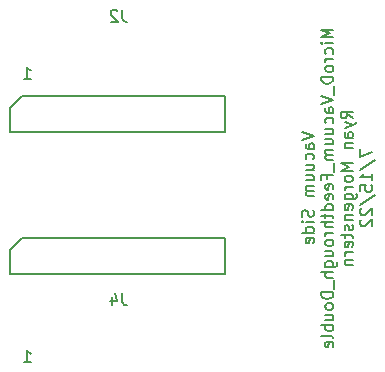
<source format=gbr>
%TF.GenerationSoftware,KiCad,Pcbnew,(5.1.10)-1*%
%TF.CreationDate,2022-07-15T13:15:33-06:00*%
%TF.ProjectId,Double_MicroD_25_Gateway,446f7562-6c65-45f4-9d69-63726f445f32,rev?*%
%TF.SameCoordinates,Original*%
%TF.FileFunction,Legend,Bot*%
%TF.FilePolarity,Positive*%
%FSLAX46Y46*%
G04 Gerber Fmt 4.6, Leading zero omitted, Abs format (unit mm)*
G04 Created by KiCad (PCBNEW (5.1.10)-1) date 2022-07-15 13:15:33*
%MOMM*%
%LPD*%
G01*
G04 APERTURE LIST*
%ADD10C,0.150000*%
G04 APERTURE END LIST*
D10*
X15627380Y4511904D02*
X16627380Y4178571D01*
X15627380Y3845238D01*
X16627380Y3083333D02*
X16103571Y3083333D01*
X16008333Y3130952D01*
X15960714Y3226190D01*
X15960714Y3416666D01*
X16008333Y3511904D01*
X16579761Y3083333D02*
X16627380Y3178571D01*
X16627380Y3416666D01*
X16579761Y3511904D01*
X16484523Y3559523D01*
X16389285Y3559523D01*
X16294047Y3511904D01*
X16246428Y3416666D01*
X16246428Y3178571D01*
X16198809Y3083333D01*
X16579761Y2178571D02*
X16627380Y2273809D01*
X16627380Y2464285D01*
X16579761Y2559523D01*
X16532142Y2607142D01*
X16436904Y2654761D01*
X16151190Y2654761D01*
X16055952Y2607142D01*
X16008333Y2559523D01*
X15960714Y2464285D01*
X15960714Y2273809D01*
X16008333Y2178571D01*
X15960714Y1321428D02*
X16627380Y1321428D01*
X15960714Y1750000D02*
X16484523Y1750000D01*
X16579761Y1702380D01*
X16627380Y1607142D01*
X16627380Y1464285D01*
X16579761Y1369047D01*
X16532142Y1321428D01*
X15960714Y416666D02*
X16627380Y416666D01*
X15960714Y845238D02*
X16484523Y845238D01*
X16579761Y797619D01*
X16627380Y702380D01*
X16627380Y559523D01*
X16579761Y464285D01*
X16532142Y416666D01*
X16627380Y-59523D02*
X15960714Y-59523D01*
X16055952Y-59523D02*
X16008333Y-107142D01*
X15960714Y-202380D01*
X15960714Y-345238D01*
X16008333Y-440476D01*
X16103571Y-488095D01*
X16627380Y-488095D01*
X16103571Y-488095D02*
X16008333Y-535714D01*
X15960714Y-630952D01*
X15960714Y-773809D01*
X16008333Y-869047D01*
X16103571Y-916666D01*
X16627380Y-916666D01*
X16579761Y-2107142D02*
X16627380Y-2250000D01*
X16627380Y-2488095D01*
X16579761Y-2583333D01*
X16532142Y-2630952D01*
X16436904Y-2678571D01*
X16341666Y-2678571D01*
X16246428Y-2630952D01*
X16198809Y-2583333D01*
X16151190Y-2488095D01*
X16103571Y-2297619D01*
X16055952Y-2202380D01*
X16008333Y-2154761D01*
X15913095Y-2107142D01*
X15817857Y-2107142D01*
X15722619Y-2154761D01*
X15675000Y-2202380D01*
X15627380Y-2297619D01*
X15627380Y-2535714D01*
X15675000Y-2678571D01*
X16627380Y-3107142D02*
X15960714Y-3107142D01*
X15627380Y-3107142D02*
X15675000Y-3059523D01*
X15722619Y-3107142D01*
X15675000Y-3154761D01*
X15627380Y-3107142D01*
X15722619Y-3107142D01*
X16627380Y-4011904D02*
X15627380Y-4011904D01*
X16579761Y-4011904D02*
X16627380Y-3916666D01*
X16627380Y-3726190D01*
X16579761Y-3630952D01*
X16532142Y-3583333D01*
X16436904Y-3535714D01*
X16151190Y-3535714D01*
X16055952Y-3583333D01*
X16008333Y-3630952D01*
X15960714Y-3726190D01*
X15960714Y-3916666D01*
X16008333Y-4011904D01*
X16579761Y-4869047D02*
X16627380Y-4773809D01*
X16627380Y-4583333D01*
X16579761Y-4488095D01*
X16484523Y-4440476D01*
X16103571Y-4440476D01*
X16008333Y-4488095D01*
X15960714Y-4583333D01*
X15960714Y-4773809D01*
X16008333Y-4869047D01*
X16103571Y-4916666D01*
X16198809Y-4916666D01*
X16294047Y-4440476D01*
X18277380Y13178571D02*
X17277380Y13178571D01*
X17991666Y12845238D01*
X17277380Y12511904D01*
X18277380Y12511904D01*
X18277380Y12035714D02*
X17610714Y12035714D01*
X17277380Y12035714D02*
X17325000Y12083333D01*
X17372619Y12035714D01*
X17325000Y11988095D01*
X17277380Y12035714D01*
X17372619Y12035714D01*
X18229761Y11130952D02*
X18277380Y11226190D01*
X18277380Y11416666D01*
X18229761Y11511904D01*
X18182142Y11559523D01*
X18086904Y11607142D01*
X17801190Y11607142D01*
X17705952Y11559523D01*
X17658333Y11511904D01*
X17610714Y11416666D01*
X17610714Y11226190D01*
X17658333Y11130952D01*
X18277380Y10702380D02*
X17610714Y10702380D01*
X17801190Y10702380D02*
X17705952Y10654761D01*
X17658333Y10607142D01*
X17610714Y10511904D01*
X17610714Y10416666D01*
X18277380Y9940476D02*
X18229761Y10035714D01*
X18182142Y10083333D01*
X18086904Y10130952D01*
X17801190Y10130952D01*
X17705952Y10083333D01*
X17658333Y10035714D01*
X17610714Y9940476D01*
X17610714Y9797619D01*
X17658333Y9702380D01*
X17705952Y9654761D01*
X17801190Y9607142D01*
X18086904Y9607142D01*
X18182142Y9654761D01*
X18229761Y9702380D01*
X18277380Y9797619D01*
X18277380Y9940476D01*
X18277380Y9178571D02*
X17277380Y9178571D01*
X17277380Y8940476D01*
X17325000Y8797619D01*
X17420238Y8702380D01*
X17515476Y8654761D01*
X17705952Y8607142D01*
X17848809Y8607142D01*
X18039285Y8654761D01*
X18134523Y8702380D01*
X18229761Y8797619D01*
X18277380Y8940476D01*
X18277380Y9178571D01*
X18372619Y8416666D02*
X18372619Y7654761D01*
X17277380Y7559523D02*
X18277380Y7226190D01*
X17277380Y6892857D01*
X18277380Y6130952D02*
X17753571Y6130952D01*
X17658333Y6178571D01*
X17610714Y6273809D01*
X17610714Y6464285D01*
X17658333Y6559523D01*
X18229761Y6130952D02*
X18277380Y6226190D01*
X18277380Y6464285D01*
X18229761Y6559523D01*
X18134523Y6607142D01*
X18039285Y6607142D01*
X17944047Y6559523D01*
X17896428Y6464285D01*
X17896428Y6226190D01*
X17848809Y6130952D01*
X18229761Y5226190D02*
X18277380Y5321428D01*
X18277380Y5511904D01*
X18229761Y5607142D01*
X18182142Y5654761D01*
X18086904Y5702380D01*
X17801190Y5702380D01*
X17705952Y5654761D01*
X17658333Y5607142D01*
X17610714Y5511904D01*
X17610714Y5321428D01*
X17658333Y5226190D01*
X17610714Y4369047D02*
X18277380Y4369047D01*
X17610714Y4797619D02*
X18134523Y4797619D01*
X18229761Y4750000D01*
X18277380Y4654761D01*
X18277380Y4511904D01*
X18229761Y4416666D01*
X18182142Y4369047D01*
X17610714Y3464285D02*
X18277380Y3464285D01*
X17610714Y3892857D02*
X18134523Y3892857D01*
X18229761Y3845238D01*
X18277380Y3750000D01*
X18277380Y3607142D01*
X18229761Y3511904D01*
X18182142Y3464285D01*
X18277380Y2988095D02*
X17610714Y2988095D01*
X17705952Y2988095D02*
X17658333Y2940476D01*
X17610714Y2845238D01*
X17610714Y2702380D01*
X17658333Y2607142D01*
X17753571Y2559523D01*
X18277380Y2559523D01*
X17753571Y2559523D02*
X17658333Y2511904D01*
X17610714Y2416666D01*
X17610714Y2273809D01*
X17658333Y2178571D01*
X17753571Y2130952D01*
X18277380Y2130952D01*
X18372619Y1892857D02*
X18372619Y1130952D01*
X17753571Y559523D02*
X17753571Y892857D01*
X18277380Y892857D02*
X17277380Y892857D01*
X17277380Y416666D01*
X18229761Y-345238D02*
X18277380Y-249999D01*
X18277380Y-59523D01*
X18229761Y35714D01*
X18134523Y83333D01*
X17753571Y83333D01*
X17658333Y35714D01*
X17610714Y-59523D01*
X17610714Y-249999D01*
X17658333Y-345238D01*
X17753571Y-392857D01*
X17848809Y-392857D01*
X17944047Y83333D01*
X18229761Y-1202380D02*
X18277380Y-1107142D01*
X18277380Y-916666D01*
X18229761Y-821428D01*
X18134523Y-773809D01*
X17753571Y-773809D01*
X17658333Y-821428D01*
X17610714Y-916666D01*
X17610714Y-1107142D01*
X17658333Y-1202380D01*
X17753571Y-1249999D01*
X17848809Y-1249999D01*
X17944047Y-773809D01*
X18277380Y-2107142D02*
X17277380Y-2107142D01*
X18229761Y-2107142D02*
X18277380Y-2011904D01*
X18277380Y-1821428D01*
X18229761Y-1726190D01*
X18182142Y-1678571D01*
X18086904Y-1630952D01*
X17801190Y-1630952D01*
X17705952Y-1678571D01*
X17658333Y-1726190D01*
X17610714Y-1821428D01*
X17610714Y-2011904D01*
X17658333Y-2107142D01*
X17610714Y-2440476D02*
X17610714Y-2821428D01*
X17277380Y-2583333D02*
X18134523Y-2583333D01*
X18229761Y-2630952D01*
X18277380Y-2726190D01*
X18277380Y-2821428D01*
X18277380Y-3154761D02*
X17277380Y-3154761D01*
X18277380Y-3583333D02*
X17753571Y-3583333D01*
X17658333Y-3535714D01*
X17610714Y-3440476D01*
X17610714Y-3297619D01*
X17658333Y-3202380D01*
X17705952Y-3154761D01*
X18277380Y-4059523D02*
X17610714Y-4059523D01*
X17801190Y-4059523D02*
X17705952Y-4107142D01*
X17658333Y-4154761D01*
X17610714Y-4249999D01*
X17610714Y-4345238D01*
X18277380Y-4821428D02*
X18229761Y-4726190D01*
X18182142Y-4678571D01*
X18086904Y-4630952D01*
X17801190Y-4630952D01*
X17705952Y-4678571D01*
X17658333Y-4726190D01*
X17610714Y-4821428D01*
X17610714Y-4964285D01*
X17658333Y-5059523D01*
X17705952Y-5107142D01*
X17801190Y-5154761D01*
X18086904Y-5154761D01*
X18182142Y-5107142D01*
X18229761Y-5059523D01*
X18277380Y-4964285D01*
X18277380Y-4821428D01*
X17610714Y-6011904D02*
X18277380Y-6011904D01*
X17610714Y-5583333D02*
X18134523Y-5583333D01*
X18229761Y-5630952D01*
X18277380Y-5726190D01*
X18277380Y-5869047D01*
X18229761Y-5964285D01*
X18182142Y-6011904D01*
X17610714Y-6916666D02*
X18420238Y-6916666D01*
X18515476Y-6869047D01*
X18563095Y-6821428D01*
X18610714Y-6726190D01*
X18610714Y-6583333D01*
X18563095Y-6488095D01*
X18229761Y-6916666D02*
X18277380Y-6821428D01*
X18277380Y-6630952D01*
X18229761Y-6535714D01*
X18182142Y-6488095D01*
X18086904Y-6440476D01*
X17801190Y-6440476D01*
X17705952Y-6488095D01*
X17658333Y-6535714D01*
X17610714Y-6630952D01*
X17610714Y-6821428D01*
X17658333Y-6916666D01*
X18277380Y-7392857D02*
X17277380Y-7392857D01*
X18277380Y-7821428D02*
X17753571Y-7821428D01*
X17658333Y-7773809D01*
X17610714Y-7678571D01*
X17610714Y-7535714D01*
X17658333Y-7440476D01*
X17705952Y-7392857D01*
X18372619Y-8059523D02*
X18372619Y-8821428D01*
X18277380Y-9059523D02*
X17277380Y-9059523D01*
X17277380Y-9297619D01*
X17325000Y-9440476D01*
X17420238Y-9535714D01*
X17515476Y-9583333D01*
X17705952Y-9630952D01*
X17848809Y-9630952D01*
X18039285Y-9583333D01*
X18134523Y-9535714D01*
X18229761Y-9440476D01*
X18277380Y-9297619D01*
X18277380Y-9059523D01*
X18277380Y-10202380D02*
X18229761Y-10107142D01*
X18182142Y-10059523D01*
X18086904Y-10011904D01*
X17801190Y-10011904D01*
X17705952Y-10059523D01*
X17658333Y-10107142D01*
X17610714Y-10202380D01*
X17610714Y-10345238D01*
X17658333Y-10440476D01*
X17705952Y-10488095D01*
X17801190Y-10535714D01*
X18086904Y-10535714D01*
X18182142Y-10488095D01*
X18229761Y-10440476D01*
X18277380Y-10345238D01*
X18277380Y-10202380D01*
X17610714Y-11392857D02*
X18277380Y-11392857D01*
X17610714Y-10964285D02*
X18134523Y-10964285D01*
X18229761Y-11011904D01*
X18277380Y-11107142D01*
X18277380Y-11249999D01*
X18229761Y-11345238D01*
X18182142Y-11392857D01*
X18277380Y-11869047D02*
X17277380Y-11869047D01*
X17658333Y-11869047D02*
X17610714Y-11964285D01*
X17610714Y-12154761D01*
X17658333Y-12249999D01*
X17705952Y-12297619D01*
X17801190Y-12345238D01*
X18086904Y-12345238D01*
X18182142Y-12297619D01*
X18229761Y-12249999D01*
X18277380Y-12154761D01*
X18277380Y-11964285D01*
X18229761Y-11869047D01*
X18277380Y-12916666D02*
X18229761Y-12821428D01*
X18134523Y-12773809D01*
X17277380Y-12773809D01*
X18229761Y-13678571D02*
X18277380Y-13583333D01*
X18277380Y-13392857D01*
X18229761Y-13297619D01*
X18134523Y-13249999D01*
X17753571Y-13249999D01*
X17658333Y-13297619D01*
X17610714Y-13392857D01*
X17610714Y-13583333D01*
X17658333Y-13678571D01*
X17753571Y-13726190D01*
X17848809Y-13726190D01*
X17944047Y-13249999D01*
X19927380Y5654761D02*
X19451190Y5988095D01*
X19927380Y6226190D02*
X18927380Y6226190D01*
X18927380Y5845238D01*
X18975000Y5750000D01*
X19022619Y5702380D01*
X19117857Y5654761D01*
X19260714Y5654761D01*
X19355952Y5702380D01*
X19403571Y5750000D01*
X19451190Y5845238D01*
X19451190Y6226190D01*
X19260714Y5321428D02*
X19927380Y5083333D01*
X19260714Y4845238D02*
X19927380Y5083333D01*
X20165476Y5178571D01*
X20213095Y5226190D01*
X20260714Y5321428D01*
X19927380Y4035714D02*
X19403571Y4035714D01*
X19308333Y4083333D01*
X19260714Y4178571D01*
X19260714Y4369047D01*
X19308333Y4464285D01*
X19879761Y4035714D02*
X19927380Y4130952D01*
X19927380Y4369047D01*
X19879761Y4464285D01*
X19784523Y4511904D01*
X19689285Y4511904D01*
X19594047Y4464285D01*
X19546428Y4369047D01*
X19546428Y4130952D01*
X19498809Y4035714D01*
X19260714Y3559523D02*
X19927380Y3559523D01*
X19355952Y3559523D02*
X19308333Y3511904D01*
X19260714Y3416666D01*
X19260714Y3273809D01*
X19308333Y3178571D01*
X19403571Y3130952D01*
X19927380Y3130952D01*
X19927380Y1892857D02*
X18927380Y1892857D01*
X19641666Y1559523D01*
X18927380Y1226190D01*
X19927380Y1226190D01*
X19927380Y607142D02*
X19879761Y702380D01*
X19832142Y750000D01*
X19736904Y797619D01*
X19451190Y797619D01*
X19355952Y750000D01*
X19308333Y702380D01*
X19260714Y607142D01*
X19260714Y464285D01*
X19308333Y369047D01*
X19355952Y321428D01*
X19451190Y273809D01*
X19736904Y273809D01*
X19832142Y321428D01*
X19879761Y369047D01*
X19927380Y464285D01*
X19927380Y607142D01*
X19927380Y-154761D02*
X19260714Y-154761D01*
X19451190Y-154761D02*
X19355952Y-202380D01*
X19308333Y-250000D01*
X19260714Y-345238D01*
X19260714Y-440476D01*
X19260714Y-1202380D02*
X20070238Y-1202380D01*
X20165476Y-1154761D01*
X20213095Y-1107142D01*
X20260714Y-1011904D01*
X20260714Y-869047D01*
X20213095Y-773809D01*
X19879761Y-1202380D02*
X19927380Y-1107142D01*
X19927380Y-916666D01*
X19879761Y-821428D01*
X19832142Y-773809D01*
X19736904Y-726190D01*
X19451190Y-726190D01*
X19355952Y-773809D01*
X19308333Y-821428D01*
X19260714Y-916666D01*
X19260714Y-1107142D01*
X19308333Y-1202380D01*
X19879761Y-2059523D02*
X19927380Y-1964285D01*
X19927380Y-1773809D01*
X19879761Y-1678571D01*
X19784523Y-1630952D01*
X19403571Y-1630952D01*
X19308333Y-1678571D01*
X19260714Y-1773809D01*
X19260714Y-1964285D01*
X19308333Y-2059523D01*
X19403571Y-2107142D01*
X19498809Y-2107142D01*
X19594047Y-1630952D01*
X19260714Y-2535714D02*
X19927380Y-2535714D01*
X19355952Y-2535714D02*
X19308333Y-2583333D01*
X19260714Y-2678571D01*
X19260714Y-2821428D01*
X19308333Y-2916666D01*
X19403571Y-2964285D01*
X19927380Y-2964285D01*
X19879761Y-3392857D02*
X19927380Y-3488095D01*
X19927380Y-3678571D01*
X19879761Y-3773809D01*
X19784523Y-3821428D01*
X19736904Y-3821428D01*
X19641666Y-3773809D01*
X19594047Y-3678571D01*
X19594047Y-3535714D01*
X19546428Y-3440476D01*
X19451190Y-3392857D01*
X19403571Y-3392857D01*
X19308333Y-3440476D01*
X19260714Y-3535714D01*
X19260714Y-3678571D01*
X19308333Y-3773809D01*
X19260714Y-4107142D02*
X19260714Y-4488095D01*
X18927380Y-4250000D02*
X19784523Y-4250000D01*
X19879761Y-4297619D01*
X19927380Y-4392857D01*
X19927380Y-4488095D01*
X19879761Y-5202380D02*
X19927380Y-5107142D01*
X19927380Y-4916666D01*
X19879761Y-4821428D01*
X19784523Y-4773809D01*
X19403571Y-4773809D01*
X19308333Y-4821428D01*
X19260714Y-4916666D01*
X19260714Y-5107142D01*
X19308333Y-5202380D01*
X19403571Y-5250000D01*
X19498809Y-5250000D01*
X19594047Y-4773809D01*
X19927380Y-5678571D02*
X19260714Y-5678571D01*
X19451190Y-5678571D02*
X19355952Y-5726190D01*
X19308333Y-5773809D01*
X19260714Y-5869047D01*
X19260714Y-5964285D01*
X19260714Y-6297619D02*
X19927380Y-6297619D01*
X19355952Y-6297619D02*
X19308333Y-6345238D01*
X19260714Y-6440476D01*
X19260714Y-6583333D01*
X19308333Y-6678571D01*
X19403571Y-6726190D01*
X19927380Y-6726190D01*
X20577380Y3035714D02*
X20577380Y2369047D01*
X21577380Y2797619D01*
X20529761Y1273809D02*
X21815476Y2130952D01*
X21577380Y416666D02*
X21577380Y988095D01*
X21577380Y702380D02*
X20577380Y702380D01*
X20720238Y797619D01*
X20815476Y892857D01*
X20863095Y988095D01*
X20577380Y-488095D02*
X20577380Y-11904D01*
X21053571Y35714D01*
X21005952Y-11904D01*
X20958333Y-107142D01*
X20958333Y-345238D01*
X21005952Y-440476D01*
X21053571Y-488095D01*
X21148809Y-535714D01*
X21386904Y-535714D01*
X21482142Y-488095D01*
X21529761Y-440476D01*
X21577380Y-345238D01*
X21577380Y-107142D01*
X21529761Y-11904D01*
X21482142Y35714D01*
X20529761Y-1678571D02*
X21815476Y-821428D01*
X20672619Y-1964285D02*
X20625000Y-2011904D01*
X20577380Y-2107142D01*
X20577380Y-2345238D01*
X20625000Y-2440476D01*
X20672619Y-2488095D01*
X20767857Y-2535714D01*
X20863095Y-2535714D01*
X21005952Y-2488095D01*
X21577380Y-1916666D01*
X21577380Y-2535714D01*
X20672619Y-2916666D02*
X20625000Y-2964285D01*
X20577380Y-3059523D01*
X20577380Y-3297619D01*
X20625000Y-3392857D01*
X20672619Y-3440476D01*
X20767857Y-3488095D01*
X20863095Y-3488095D01*
X21005952Y-3440476D01*
X21577380Y-2869047D01*
X21577380Y-3488095D01*
%TO.C,J3*%
X9080000Y-4490000D02*
X-8080000Y-4490000D01*
X9080000Y-7510000D02*
X9080000Y-4490000D01*
X-9080000Y-7510000D02*
X9080000Y-7510000D01*
X-9080000Y-5490000D02*
X-9080000Y-7510000D01*
X-8080000Y-4490000D02*
X-9080000Y-5490000D01*
%TO.C,J1*%
X9080000Y7510000D02*
X-8080000Y7510000D01*
X9080000Y4490000D02*
X9080000Y7510000D01*
X-9080000Y4490000D02*
X9080000Y4490000D01*
X-9080000Y6510000D02*
X-9080000Y4490000D01*
X-8080000Y7510000D02*
X-9080000Y6510000D01*
%TO.C,J4*%
X433333Y-9152380D02*
X433333Y-9866666D01*
X480952Y-10009523D01*
X576190Y-10104761D01*
X719047Y-10152380D01*
X814285Y-10152380D01*
X-471428Y-9485714D02*
X-471428Y-10152380D01*
X-233333Y-9104761D02*
X4761Y-9819047D01*
X-614285Y-9819047D01*
X-7905714Y-14992380D02*
X-7334285Y-14992380D01*
X-7619999Y-14992380D02*
X-7619999Y-13992380D01*
X-7524761Y-14135238D01*
X-7429523Y-14230476D01*
X-7334285Y-14278095D01*
%TO.C,J2*%
X433333Y14847619D02*
X433333Y14133333D01*
X480952Y13990476D01*
X576190Y13895238D01*
X719047Y13847619D01*
X814285Y13847619D01*
X4761Y14752380D02*
X-42857Y14800000D01*
X-138095Y14847619D01*
X-376190Y14847619D01*
X-471428Y14800000D01*
X-519047Y14752380D01*
X-566666Y14657142D01*
X-566666Y14561904D01*
X-519047Y14419047D01*
X52380Y13847619D01*
X-566666Y13847619D01*
X-7905714Y9007619D02*
X-7334285Y9007619D01*
X-7619999Y9007619D02*
X-7619999Y10007619D01*
X-7524761Y9864761D01*
X-7429523Y9769523D01*
X-7334285Y9721904D01*
%TD*%
M02*

</source>
